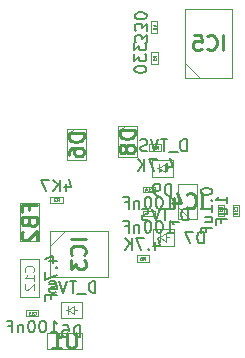
<source format=gbr>
%TF.GenerationSoftware,KiCad,Pcbnew,(5.1.10)-1*%
%TF.CreationDate,2021-10-24T00:58:49+05:30*%
%TF.ProjectId,Modbus_IO_Board,4d6f6462-7573-45f4-994f-5f426f617264,rev?*%
%TF.SameCoordinates,Original*%
%TF.FileFunction,Other,Fab,Bot*%
%FSLAX46Y46*%
G04 Gerber Fmt 4.6, Leading zero omitted, Abs format (unit mm)*
G04 Created by KiCad (PCBNEW (5.1.10)-1) date 2021-10-24 00:58:49*
%MOMM*%
%LPD*%
G01*
G04 APERTURE LIST*
%ADD10C,0.100000*%
%ADD11C,0.254000*%
%ADD12C,0.150000*%
%ADD13C,0.040000*%
%ADD14C,0.120000*%
G04 APERTURE END LIST*
D10*
%TO.C,D6*%
X134582000Y-76120000D02*
X134582000Y-78820000D01*
X134582000Y-78820000D02*
X136182000Y-78820000D01*
X136182000Y-78820000D02*
X136182000Y-76120000D01*
X136182000Y-76120000D02*
X134582000Y-76120000D01*
X135107000Y-76120000D02*
X134582000Y-76645000D01*
%TO.C,D8*%
X138900000Y-75866000D02*
X138900000Y-78566000D01*
X138900000Y-78566000D02*
X140500000Y-78566000D01*
X140500000Y-78566000D02*
X140500000Y-75866000D01*
X140500000Y-75866000D02*
X138900000Y-75866000D01*
X139425000Y-75866000D02*
X138900000Y-76391000D01*
%TO.C,IC4*%
X143980000Y-83746000D02*
X145580000Y-83746000D01*
X145580000Y-83746000D02*
X145580000Y-80846000D01*
X145580000Y-80846000D02*
X143980000Y-80846000D01*
X143980000Y-80846000D02*
X143980000Y-83746000D01*
X143980000Y-82796000D02*
X144930000Y-83746000D01*
%TO.C,D9*%
X142850000Y-79490000D02*
X143100000Y-79490000D01*
X142850000Y-79140000D02*
X142350000Y-79490000D01*
X142850000Y-79840000D02*
X142850000Y-79140000D01*
X142350000Y-79490000D02*
X142850000Y-79840000D01*
X142350000Y-79490000D02*
X142150000Y-79490000D01*
X142350000Y-79840000D02*
X142350000Y-79140000D01*
X141750000Y-78790000D02*
X141750000Y-80190000D01*
X143550000Y-78790000D02*
X141750000Y-78790000D01*
X143550000Y-80190000D02*
X143550000Y-78790000D01*
X141750000Y-80190000D02*
X143550000Y-80190000D01*
%TO.C,D7*%
X142948000Y-85344000D02*
X143198000Y-85344000D01*
X142948000Y-84994000D02*
X142448000Y-85344000D01*
X142948000Y-85694000D02*
X142948000Y-84994000D01*
X142448000Y-85344000D02*
X142948000Y-85694000D01*
X142448000Y-85344000D02*
X142248000Y-85344000D01*
X142448000Y-85694000D02*
X142448000Y-84994000D01*
X141848000Y-84644000D02*
X141848000Y-86044000D01*
X143648000Y-84644000D02*
X141848000Y-84644000D01*
X143648000Y-86044000D02*
X143648000Y-84644000D01*
X141848000Y-86044000D02*
X143648000Y-86044000D01*
%TO.C,C16*%
X148594000Y-83558000D02*
X149094000Y-83558000D01*
X149094000Y-83558000D02*
X149094000Y-82558000D01*
X149094000Y-82558000D02*
X148594000Y-82558000D01*
X148594000Y-82558000D02*
X148594000Y-83558000D01*
%TO.C,C15*%
X147324000Y-83558000D02*
X147824000Y-83558000D01*
X147824000Y-83558000D02*
X147824000Y-82558000D01*
X147824000Y-82558000D02*
X147324000Y-82558000D01*
X147324000Y-82558000D02*
X147324000Y-83558000D01*
%TO.C,C14*%
X140978000Y-81530000D02*
X141978000Y-81530000D01*
X140978000Y-81030000D02*
X140978000Y-81530000D01*
X141978000Y-81030000D02*
X140978000Y-81030000D01*
X141978000Y-81530000D02*
X141978000Y-81030000D01*
%TO.C,C12*%
X132200000Y-90370000D02*
X132200000Y-87170000D01*
X130600000Y-90370000D02*
X132200000Y-90370000D01*
X130600000Y-87170000D02*
X130600000Y-90370000D01*
X132200000Y-87170000D02*
X130600000Y-87170000D01*
%TO.C,C13*%
X140978000Y-83562000D02*
X141978000Y-83562000D01*
X140978000Y-83062000D02*
X140978000Y-83562000D01*
X141978000Y-83062000D02*
X140978000Y-83062000D01*
X141978000Y-83562000D02*
X141978000Y-83062000D01*
%TO.C,C11*%
X132120000Y-92020000D02*
X132120000Y-91520000D01*
X132120000Y-91520000D02*
X131120000Y-91520000D01*
X131120000Y-91520000D02*
X131120000Y-92020000D01*
X131120000Y-92020000D02*
X132120000Y-92020000D01*
%TO.C,R9*%
X141505000Y-77990000D02*
X142555000Y-77990000D01*
X141505000Y-77450000D02*
X141505000Y-77990000D01*
X142555000Y-77450000D02*
X141505000Y-77450000D01*
X142555000Y-77990000D02*
X142555000Y-77450000D01*
%TO.C,R6*%
X141493000Y-86852000D02*
X140443000Y-86852000D01*
X141493000Y-87392000D02*
X141493000Y-86852000D01*
X140443000Y-87392000D02*
X141493000Y-87392000D01*
X140443000Y-86852000D02*
X140443000Y-87392000D01*
%TO.C,R5*%
X141710000Y-69625000D02*
X141710000Y-70675000D01*
X142250000Y-69625000D02*
X141710000Y-69625000D01*
X142250000Y-70675000D02*
X142250000Y-69625000D01*
X141710000Y-70675000D02*
X142250000Y-70675000D01*
%TO.C,R4*%
X141650000Y-67005000D02*
X141650000Y-68055000D01*
X142190000Y-67005000D02*
X141650000Y-67005000D01*
X142190000Y-68055000D02*
X142190000Y-67005000D01*
X141650000Y-68055000D02*
X142190000Y-68055000D01*
%TO.C,R2*%
X133135000Y-81890000D02*
X133135000Y-82430000D01*
X133135000Y-82430000D02*
X134185000Y-82430000D01*
X134185000Y-82430000D02*
X134185000Y-81890000D01*
X134185000Y-81890000D02*
X133135000Y-81890000D01*
%TO.C,D5*%
X134040000Y-92180000D02*
X135840000Y-92180000D01*
X135840000Y-92180000D02*
X135840000Y-90780000D01*
X135840000Y-90780000D02*
X134040000Y-90780000D01*
X134040000Y-90780000D02*
X134040000Y-92180000D01*
X134640000Y-91830000D02*
X134640000Y-91130000D01*
X134640000Y-91480000D02*
X134440000Y-91480000D01*
X134640000Y-91480000D02*
X135140000Y-91830000D01*
X135140000Y-91830000D02*
X135140000Y-91130000D01*
X135140000Y-91130000D02*
X134640000Y-91480000D01*
X135140000Y-91480000D02*
X135390000Y-91480000D01*
%TO.C,U1*%
X135800000Y-93472000D02*
X135800000Y-94772000D01*
X132880000Y-93472000D02*
X135800000Y-93472000D01*
X132880000Y-94772000D02*
X132880000Y-93472000D01*
X135800000Y-94772000D02*
X132880000Y-94772000D01*
%TO.C,IC5*%
X144575000Y-70540000D02*
X145845000Y-71810000D01*
X144575000Y-65970000D02*
X144575000Y-71810000D01*
X148485000Y-65970000D02*
X144575000Y-65970000D01*
X148485000Y-71810000D02*
X148485000Y-65970000D01*
X144575000Y-71810000D02*
X148485000Y-71810000D01*
%TO.C,IC3*%
X134380000Y-84770000D02*
X133110000Y-86040000D01*
X138010000Y-84770000D02*
X133110000Y-84770000D01*
X138010000Y-88670000D02*
X138010000Y-84770000D01*
X133110000Y-88670000D02*
X138010000Y-88670000D01*
X133110000Y-84770000D02*
X133110000Y-88670000D01*
%TO.C,FB2*%
X132210000Y-85640000D02*
X132210000Y-82440000D01*
X132210000Y-82440000D02*
X130610000Y-82440000D01*
X130610000Y-82440000D02*
X130610000Y-85640000D01*
X130610000Y-85640000D02*
X132210000Y-85640000D01*
%TD*%
%TO.C,D6*%
D11*
X135956523Y-76532619D02*
X134686523Y-76532619D01*
X134686523Y-76835000D01*
X134747000Y-77016428D01*
X134867952Y-77137380D01*
X134988904Y-77197857D01*
X135230809Y-77258333D01*
X135412238Y-77258333D01*
X135654142Y-77197857D01*
X135775095Y-77137380D01*
X135896047Y-77016428D01*
X135956523Y-76835000D01*
X135956523Y-76532619D01*
X134686523Y-78346904D02*
X134686523Y-78105000D01*
X134747000Y-77984047D01*
X134807476Y-77923571D01*
X134988904Y-77802619D01*
X135230809Y-77742142D01*
X135714619Y-77742142D01*
X135835571Y-77802619D01*
X135896047Y-77863095D01*
X135956523Y-77984047D01*
X135956523Y-78225952D01*
X135896047Y-78346904D01*
X135835571Y-78407380D01*
X135714619Y-78467857D01*
X135412238Y-78467857D01*
X135291285Y-78407380D01*
X135230809Y-78346904D01*
X135170333Y-78225952D01*
X135170333Y-77984047D01*
X135230809Y-77863095D01*
X135291285Y-77802619D01*
X135412238Y-77742142D01*
%TO.C,D8*%
X140274523Y-76278619D02*
X139004523Y-76278619D01*
X139004523Y-76581000D01*
X139065000Y-76762428D01*
X139185952Y-76883380D01*
X139306904Y-76943857D01*
X139548809Y-77004333D01*
X139730238Y-77004333D01*
X139972142Y-76943857D01*
X140093095Y-76883380D01*
X140214047Y-76762428D01*
X140274523Y-76581000D01*
X140274523Y-76278619D01*
X139548809Y-77730047D02*
X139488333Y-77609095D01*
X139427857Y-77548619D01*
X139306904Y-77488142D01*
X139246428Y-77488142D01*
X139125476Y-77548619D01*
X139065000Y-77609095D01*
X139004523Y-77730047D01*
X139004523Y-77971952D01*
X139065000Y-78092904D01*
X139125476Y-78153380D01*
X139246428Y-78213857D01*
X139306904Y-78213857D01*
X139427857Y-78153380D01*
X139488333Y-78092904D01*
X139548809Y-77971952D01*
X139548809Y-77730047D01*
X139609285Y-77609095D01*
X139669761Y-77548619D01*
X139790714Y-77488142D01*
X140032619Y-77488142D01*
X140153571Y-77548619D01*
X140214047Y-77609095D01*
X140274523Y-77730047D01*
X140274523Y-77971952D01*
X140214047Y-78092904D01*
X140153571Y-78153380D01*
X140032619Y-78213857D01*
X139790714Y-78213857D01*
X139669761Y-78153380D01*
X139609285Y-78092904D01*
X139548809Y-77971952D01*
%TO.C,IC4*%
X146019761Y-82870523D02*
X146019761Y-81600523D01*
X144689285Y-82749571D02*
X144749761Y-82810047D01*
X144931190Y-82870523D01*
X145052142Y-82870523D01*
X145233571Y-82810047D01*
X145354523Y-82689095D01*
X145415000Y-82568142D01*
X145475476Y-82326238D01*
X145475476Y-82144809D01*
X145415000Y-81902904D01*
X145354523Y-81781952D01*
X145233571Y-81661000D01*
X145052142Y-81600523D01*
X144931190Y-81600523D01*
X144749761Y-81661000D01*
X144689285Y-81721476D01*
X143600714Y-82023857D02*
X143600714Y-82870523D01*
X143903095Y-81540047D02*
X144205476Y-82447190D01*
X143419285Y-82447190D01*
%TO.C,D9*%
D12*
X144678571Y-78042380D02*
X144678571Y-77042380D01*
X144440476Y-77042380D01*
X144297619Y-77090000D01*
X144202380Y-77185238D01*
X144154761Y-77280476D01*
X144107142Y-77470952D01*
X144107142Y-77613809D01*
X144154761Y-77804285D01*
X144202380Y-77899523D01*
X144297619Y-77994761D01*
X144440476Y-78042380D01*
X144678571Y-78042380D01*
X143916666Y-78137619D02*
X143154761Y-78137619D01*
X143059523Y-77042380D02*
X142488095Y-77042380D01*
X142773809Y-78042380D02*
X142773809Y-77042380D01*
X142297619Y-77042380D02*
X141964285Y-78042380D01*
X141630952Y-77042380D01*
X141345238Y-77994761D02*
X141202380Y-78042380D01*
X140964285Y-78042380D01*
X140869047Y-77994761D01*
X140821428Y-77947142D01*
X140773809Y-77851904D01*
X140773809Y-77756666D01*
X140821428Y-77661428D01*
X140869047Y-77613809D01*
X140964285Y-77566190D01*
X141154761Y-77518571D01*
X141250000Y-77470952D01*
X141297619Y-77423333D01*
X141345238Y-77328095D01*
X141345238Y-77232857D01*
X141297619Y-77137619D01*
X141250000Y-77090000D01*
X141154761Y-77042380D01*
X140916666Y-77042380D01*
X140773809Y-77090000D01*
X143388095Y-81792380D02*
X143388095Y-80792380D01*
X143150000Y-80792380D01*
X143007142Y-80840000D01*
X142911904Y-80935238D01*
X142864285Y-81030476D01*
X142816666Y-81220952D01*
X142816666Y-81363809D01*
X142864285Y-81554285D01*
X142911904Y-81649523D01*
X143007142Y-81744761D01*
X143150000Y-81792380D01*
X143388095Y-81792380D01*
X142340476Y-81792380D02*
X142150000Y-81792380D01*
X142054761Y-81744761D01*
X142007142Y-81697142D01*
X141911904Y-81554285D01*
X141864285Y-81363809D01*
X141864285Y-80982857D01*
X141911904Y-80887619D01*
X141959523Y-80840000D01*
X142054761Y-80792380D01*
X142245238Y-80792380D01*
X142340476Y-80840000D01*
X142388095Y-80887619D01*
X142435714Y-80982857D01*
X142435714Y-81220952D01*
X142388095Y-81316190D01*
X142340476Y-81363809D01*
X142245238Y-81411428D01*
X142054761Y-81411428D01*
X141959523Y-81363809D01*
X141911904Y-81316190D01*
X141864285Y-81220952D01*
%TO.C,D7*%
X144776571Y-83896380D02*
X144776571Y-82896380D01*
X144538476Y-82896380D01*
X144395619Y-82944000D01*
X144300380Y-83039238D01*
X144252761Y-83134476D01*
X144205142Y-83324952D01*
X144205142Y-83467809D01*
X144252761Y-83658285D01*
X144300380Y-83753523D01*
X144395619Y-83848761D01*
X144538476Y-83896380D01*
X144776571Y-83896380D01*
X144014666Y-83991619D02*
X143252761Y-83991619D01*
X143157523Y-82896380D02*
X142586095Y-82896380D01*
X142871809Y-83896380D02*
X142871809Y-82896380D01*
X142395619Y-82896380D02*
X142062285Y-83896380D01*
X141728952Y-82896380D01*
X141443238Y-83848761D02*
X141300380Y-83896380D01*
X141062285Y-83896380D01*
X140967047Y-83848761D01*
X140919428Y-83801142D01*
X140871809Y-83705904D01*
X140871809Y-83610666D01*
X140919428Y-83515428D01*
X140967047Y-83467809D01*
X141062285Y-83420190D01*
X141252761Y-83372571D01*
X141348000Y-83324952D01*
X141395619Y-83277333D01*
X141443238Y-83182095D01*
X141443238Y-83086857D01*
X141395619Y-82991619D01*
X141348000Y-82944000D01*
X141252761Y-82896380D01*
X141014666Y-82896380D01*
X140871809Y-82944000D01*
X146138095Y-85842380D02*
X146138095Y-84842380D01*
X145900000Y-84842380D01*
X145757142Y-84890000D01*
X145661904Y-84985238D01*
X145614285Y-85080476D01*
X145566666Y-85270952D01*
X145566666Y-85413809D01*
X145614285Y-85604285D01*
X145661904Y-85699523D01*
X145757142Y-85794761D01*
X145900000Y-85842380D01*
X146138095Y-85842380D01*
X145233333Y-84842380D02*
X144566666Y-84842380D01*
X144995238Y-85842380D01*
%TO.C,C16*%
X148136380Y-82462761D02*
X148136380Y-81891333D01*
X148136380Y-82177047D02*
X147136380Y-82177047D01*
X147279238Y-82081809D01*
X147374476Y-81986571D01*
X147422095Y-81891333D01*
X147469714Y-83319904D02*
X148136380Y-83319904D01*
X147469714Y-82891333D02*
X147993523Y-82891333D01*
X148088761Y-82938952D01*
X148136380Y-83034190D01*
X148136380Y-83177047D01*
X148088761Y-83272285D01*
X148041142Y-83319904D01*
X147612571Y-84129428D02*
X147612571Y-83796095D01*
X148136380Y-83796095D02*
X147136380Y-83796095D01*
X147136380Y-84272285D01*
D13*
X148933285Y-82897285D02*
X148945190Y-82885380D01*
X148957095Y-82849666D01*
X148957095Y-82825857D01*
X148945190Y-82790142D01*
X148921380Y-82766333D01*
X148897571Y-82754428D01*
X148849952Y-82742523D01*
X148814238Y-82742523D01*
X148766619Y-82754428D01*
X148742809Y-82766333D01*
X148719000Y-82790142D01*
X148707095Y-82825857D01*
X148707095Y-82849666D01*
X148719000Y-82885380D01*
X148730904Y-82897285D01*
X148957095Y-83135380D02*
X148957095Y-82992523D01*
X148957095Y-83063952D02*
X148707095Y-83063952D01*
X148742809Y-83040142D01*
X148766619Y-83016333D01*
X148778523Y-82992523D01*
X148707095Y-83349666D02*
X148707095Y-83302047D01*
X148719000Y-83278238D01*
X148730904Y-83266333D01*
X148766619Y-83242523D01*
X148814238Y-83230619D01*
X148909476Y-83230619D01*
X148933285Y-83242523D01*
X148945190Y-83254428D01*
X148957095Y-83278238D01*
X148957095Y-83325857D01*
X148945190Y-83349666D01*
X148933285Y-83361571D01*
X148909476Y-83373476D01*
X148849952Y-83373476D01*
X148826142Y-83361571D01*
X148814238Y-83349666D01*
X148802333Y-83325857D01*
X148802333Y-83278238D01*
X148814238Y-83254428D01*
X148826142Y-83242523D01*
X148849952Y-83230619D01*
%TO.C,C15*%
D12*
X145866380Y-81415142D02*
X145866380Y-81510380D01*
X145914000Y-81605619D01*
X145961619Y-81653238D01*
X146056857Y-81700857D01*
X146247333Y-81748476D01*
X146485428Y-81748476D01*
X146675904Y-81700857D01*
X146771142Y-81653238D01*
X146818761Y-81605619D01*
X146866380Y-81510380D01*
X146866380Y-81415142D01*
X146818761Y-81319904D01*
X146771142Y-81272285D01*
X146675904Y-81224666D01*
X146485428Y-81177047D01*
X146247333Y-81177047D01*
X146056857Y-81224666D01*
X145961619Y-81272285D01*
X145914000Y-81319904D01*
X145866380Y-81415142D01*
X146771142Y-82177047D02*
X146818761Y-82224666D01*
X146866380Y-82177047D01*
X146818761Y-82129428D01*
X146771142Y-82177047D01*
X146866380Y-82177047D01*
X146866380Y-83177047D02*
X146866380Y-82605619D01*
X146866380Y-82891333D02*
X145866380Y-82891333D01*
X146009238Y-82796095D01*
X146104476Y-82700857D01*
X146152095Y-82605619D01*
X146199714Y-84034190D02*
X146866380Y-84034190D01*
X146199714Y-83605619D02*
X146723523Y-83605619D01*
X146818761Y-83653238D01*
X146866380Y-83748476D01*
X146866380Y-83891333D01*
X146818761Y-83986571D01*
X146771142Y-84034190D01*
X146342571Y-84843714D02*
X146342571Y-84510380D01*
X146866380Y-84510380D02*
X145866380Y-84510380D01*
X145866380Y-84986571D01*
D13*
X147663285Y-82897285D02*
X147675190Y-82885380D01*
X147687095Y-82849666D01*
X147687095Y-82825857D01*
X147675190Y-82790142D01*
X147651380Y-82766333D01*
X147627571Y-82754428D01*
X147579952Y-82742523D01*
X147544238Y-82742523D01*
X147496619Y-82754428D01*
X147472809Y-82766333D01*
X147449000Y-82790142D01*
X147437095Y-82825857D01*
X147437095Y-82849666D01*
X147449000Y-82885380D01*
X147460904Y-82897285D01*
X147687095Y-83135380D02*
X147687095Y-82992523D01*
X147687095Y-83063952D02*
X147437095Y-83063952D01*
X147472809Y-83040142D01*
X147496619Y-83016333D01*
X147508523Y-82992523D01*
X147437095Y-83361571D02*
X147437095Y-83242523D01*
X147556142Y-83230619D01*
X147544238Y-83242523D01*
X147532333Y-83266333D01*
X147532333Y-83325857D01*
X147544238Y-83349666D01*
X147556142Y-83361571D01*
X147579952Y-83373476D01*
X147639476Y-83373476D01*
X147663285Y-83361571D01*
X147675190Y-83349666D01*
X147687095Y-83325857D01*
X147687095Y-83266333D01*
X147675190Y-83242523D01*
X147663285Y-83230619D01*
%TO.C,C14*%
D12*
X143025619Y-82892380D02*
X143597047Y-82892380D01*
X143311333Y-82892380D02*
X143311333Y-81892380D01*
X143406571Y-82035238D01*
X143501809Y-82130476D01*
X143597047Y-82178095D01*
X142406571Y-81892380D02*
X142311333Y-81892380D01*
X142216095Y-81940000D01*
X142168476Y-81987619D01*
X142120857Y-82082857D01*
X142073238Y-82273333D01*
X142073238Y-82511428D01*
X142120857Y-82701904D01*
X142168476Y-82797142D01*
X142216095Y-82844761D01*
X142311333Y-82892380D01*
X142406571Y-82892380D01*
X142501809Y-82844761D01*
X142549428Y-82797142D01*
X142597047Y-82701904D01*
X142644666Y-82511428D01*
X142644666Y-82273333D01*
X142597047Y-82082857D01*
X142549428Y-81987619D01*
X142501809Y-81940000D01*
X142406571Y-81892380D01*
X141454190Y-81892380D02*
X141358952Y-81892380D01*
X141263714Y-81940000D01*
X141216095Y-81987619D01*
X141168476Y-82082857D01*
X141120857Y-82273333D01*
X141120857Y-82511428D01*
X141168476Y-82701904D01*
X141216095Y-82797142D01*
X141263714Y-82844761D01*
X141358952Y-82892380D01*
X141454190Y-82892380D01*
X141549428Y-82844761D01*
X141597047Y-82797142D01*
X141644666Y-82701904D01*
X141692285Y-82511428D01*
X141692285Y-82273333D01*
X141644666Y-82082857D01*
X141597047Y-81987619D01*
X141549428Y-81940000D01*
X141454190Y-81892380D01*
X140692285Y-82225714D02*
X140692285Y-82892380D01*
X140692285Y-82320952D02*
X140644666Y-82273333D01*
X140549428Y-82225714D01*
X140406571Y-82225714D01*
X140311333Y-82273333D01*
X140263714Y-82368571D01*
X140263714Y-82892380D01*
X139454190Y-82368571D02*
X139787523Y-82368571D01*
X139787523Y-82892380D02*
X139787523Y-81892380D01*
X139311333Y-81892380D01*
D13*
X141638714Y-81369285D02*
X141650619Y-81381190D01*
X141686333Y-81393095D01*
X141710142Y-81393095D01*
X141745857Y-81381190D01*
X141769666Y-81357380D01*
X141781571Y-81333571D01*
X141793476Y-81285952D01*
X141793476Y-81250238D01*
X141781571Y-81202619D01*
X141769666Y-81178809D01*
X141745857Y-81155000D01*
X141710142Y-81143095D01*
X141686333Y-81143095D01*
X141650619Y-81155000D01*
X141638714Y-81166904D01*
X141400619Y-81393095D02*
X141543476Y-81393095D01*
X141472047Y-81393095D02*
X141472047Y-81143095D01*
X141495857Y-81178809D01*
X141519666Y-81202619D01*
X141543476Y-81214523D01*
X141186333Y-81226428D02*
X141186333Y-81393095D01*
X141245857Y-81131190D02*
X141305380Y-81309761D01*
X141150619Y-81309761D01*
%TO.C,C12*%
D12*
X133035714Y-87365238D02*
X133702380Y-87365238D01*
X132654761Y-87127142D02*
X133369047Y-86889047D01*
X133369047Y-87508095D01*
X133607142Y-87889047D02*
X133654761Y-87936666D01*
X133702380Y-87889047D01*
X133654761Y-87841428D01*
X133607142Y-87889047D01*
X133702380Y-87889047D01*
X132702380Y-88270000D02*
X132702380Y-88936666D01*
X133702380Y-88508095D01*
X133035714Y-89746190D02*
X133702380Y-89746190D01*
X133035714Y-89317619D02*
X133559523Y-89317619D01*
X133654761Y-89365238D01*
X133702380Y-89460476D01*
X133702380Y-89603333D01*
X133654761Y-89698571D01*
X133607142Y-89746190D01*
X133178571Y-90555714D02*
X133178571Y-90222380D01*
X133702380Y-90222380D02*
X132702380Y-90222380D01*
X132702380Y-90698571D01*
D14*
X131685714Y-88255714D02*
X131723809Y-88217619D01*
X131761904Y-88103333D01*
X131761904Y-88027142D01*
X131723809Y-87912857D01*
X131647619Y-87836666D01*
X131571428Y-87798571D01*
X131419047Y-87760476D01*
X131304761Y-87760476D01*
X131152380Y-87798571D01*
X131076190Y-87836666D01*
X131000000Y-87912857D01*
X130961904Y-88027142D01*
X130961904Y-88103333D01*
X131000000Y-88217619D01*
X131038095Y-88255714D01*
X131761904Y-89017619D02*
X131761904Y-88560476D01*
X131761904Y-88789047D02*
X130961904Y-88789047D01*
X131076190Y-88712857D01*
X131152380Y-88636666D01*
X131190476Y-88560476D01*
X131038095Y-89322380D02*
X131000000Y-89360476D01*
X130961904Y-89436666D01*
X130961904Y-89627142D01*
X131000000Y-89703333D01*
X131038095Y-89741428D01*
X131114285Y-89779523D01*
X131190476Y-89779523D01*
X131304761Y-89741428D01*
X131761904Y-89284285D01*
X131761904Y-89779523D01*
%TO.C,C13*%
D12*
X143025619Y-84924380D02*
X143597047Y-84924380D01*
X143311333Y-84924380D02*
X143311333Y-83924380D01*
X143406571Y-84067238D01*
X143501809Y-84162476D01*
X143597047Y-84210095D01*
X142406571Y-83924380D02*
X142311333Y-83924380D01*
X142216095Y-83972000D01*
X142168476Y-84019619D01*
X142120857Y-84114857D01*
X142073238Y-84305333D01*
X142073238Y-84543428D01*
X142120857Y-84733904D01*
X142168476Y-84829142D01*
X142216095Y-84876761D01*
X142311333Y-84924380D01*
X142406571Y-84924380D01*
X142501809Y-84876761D01*
X142549428Y-84829142D01*
X142597047Y-84733904D01*
X142644666Y-84543428D01*
X142644666Y-84305333D01*
X142597047Y-84114857D01*
X142549428Y-84019619D01*
X142501809Y-83972000D01*
X142406571Y-83924380D01*
X141454190Y-83924380D02*
X141358952Y-83924380D01*
X141263714Y-83972000D01*
X141216095Y-84019619D01*
X141168476Y-84114857D01*
X141120857Y-84305333D01*
X141120857Y-84543428D01*
X141168476Y-84733904D01*
X141216095Y-84829142D01*
X141263714Y-84876761D01*
X141358952Y-84924380D01*
X141454190Y-84924380D01*
X141549428Y-84876761D01*
X141597047Y-84829142D01*
X141644666Y-84733904D01*
X141692285Y-84543428D01*
X141692285Y-84305333D01*
X141644666Y-84114857D01*
X141597047Y-84019619D01*
X141549428Y-83972000D01*
X141454190Y-83924380D01*
X140692285Y-84257714D02*
X140692285Y-84924380D01*
X140692285Y-84352952D02*
X140644666Y-84305333D01*
X140549428Y-84257714D01*
X140406571Y-84257714D01*
X140311333Y-84305333D01*
X140263714Y-84400571D01*
X140263714Y-84924380D01*
X139454190Y-84400571D02*
X139787523Y-84400571D01*
X139787523Y-84924380D02*
X139787523Y-83924380D01*
X139311333Y-83924380D01*
%TO.C,C11*%
X133167619Y-93382380D02*
X133739047Y-93382380D01*
X133453333Y-93382380D02*
X133453333Y-92382380D01*
X133548571Y-92525238D01*
X133643809Y-92620476D01*
X133739047Y-92668095D01*
X132548571Y-92382380D02*
X132453333Y-92382380D01*
X132358095Y-92430000D01*
X132310476Y-92477619D01*
X132262857Y-92572857D01*
X132215238Y-92763333D01*
X132215238Y-93001428D01*
X132262857Y-93191904D01*
X132310476Y-93287142D01*
X132358095Y-93334761D01*
X132453333Y-93382380D01*
X132548571Y-93382380D01*
X132643809Y-93334761D01*
X132691428Y-93287142D01*
X132739047Y-93191904D01*
X132786666Y-93001428D01*
X132786666Y-92763333D01*
X132739047Y-92572857D01*
X132691428Y-92477619D01*
X132643809Y-92430000D01*
X132548571Y-92382380D01*
X131596190Y-92382380D02*
X131500952Y-92382380D01*
X131405714Y-92430000D01*
X131358095Y-92477619D01*
X131310476Y-92572857D01*
X131262857Y-92763333D01*
X131262857Y-93001428D01*
X131310476Y-93191904D01*
X131358095Y-93287142D01*
X131405714Y-93334761D01*
X131500952Y-93382380D01*
X131596190Y-93382380D01*
X131691428Y-93334761D01*
X131739047Y-93287142D01*
X131786666Y-93191904D01*
X131834285Y-93001428D01*
X131834285Y-92763333D01*
X131786666Y-92572857D01*
X131739047Y-92477619D01*
X131691428Y-92430000D01*
X131596190Y-92382380D01*
X130834285Y-92715714D02*
X130834285Y-93382380D01*
X130834285Y-92810952D02*
X130786666Y-92763333D01*
X130691428Y-92715714D01*
X130548571Y-92715714D01*
X130453333Y-92763333D01*
X130405714Y-92858571D01*
X130405714Y-93382380D01*
X129596190Y-92858571D02*
X129929523Y-92858571D01*
X129929523Y-93382380D02*
X129929523Y-92382380D01*
X129453333Y-92382380D01*
D13*
X131780714Y-91859285D02*
X131792619Y-91871190D01*
X131828333Y-91883095D01*
X131852142Y-91883095D01*
X131887857Y-91871190D01*
X131911666Y-91847380D01*
X131923571Y-91823571D01*
X131935476Y-91775952D01*
X131935476Y-91740238D01*
X131923571Y-91692619D01*
X131911666Y-91668809D01*
X131887857Y-91645000D01*
X131852142Y-91633095D01*
X131828333Y-91633095D01*
X131792619Y-91645000D01*
X131780714Y-91656904D01*
X131542619Y-91883095D02*
X131685476Y-91883095D01*
X131614047Y-91883095D02*
X131614047Y-91633095D01*
X131637857Y-91668809D01*
X131661666Y-91692619D01*
X131685476Y-91704523D01*
X131304523Y-91883095D02*
X131447380Y-91883095D01*
X131375952Y-91883095D02*
X131375952Y-91633095D01*
X131399761Y-91668809D01*
X131423571Y-91692619D01*
X131447380Y-91704523D01*
%TO.C,R9*%
D12*
X143053809Y-79029714D02*
X143053809Y-79696380D01*
X143291904Y-78648761D02*
X143530000Y-79363047D01*
X142910952Y-79363047D01*
X142530000Y-79601142D02*
X142482380Y-79648761D01*
X142530000Y-79696380D01*
X142577619Y-79648761D01*
X142530000Y-79601142D01*
X142530000Y-79696380D01*
X142149047Y-78696380D02*
X141482380Y-78696380D01*
X141910952Y-79696380D01*
X141101428Y-79696380D02*
X141101428Y-78696380D01*
X140530000Y-79696380D02*
X140958571Y-79124952D01*
X140530000Y-78696380D02*
X141101428Y-79267809D01*
D13*
X142073333Y-77837619D02*
X142160000Y-77713809D01*
X142221904Y-77837619D02*
X142221904Y-77577619D01*
X142122857Y-77577619D01*
X142098095Y-77590000D01*
X142085714Y-77602380D01*
X142073333Y-77627142D01*
X142073333Y-77664285D01*
X142085714Y-77689047D01*
X142098095Y-77701428D01*
X142122857Y-77713809D01*
X142221904Y-77713809D01*
X141949523Y-77837619D02*
X141900000Y-77837619D01*
X141875238Y-77825238D01*
X141862857Y-77812857D01*
X141838095Y-77775714D01*
X141825714Y-77726190D01*
X141825714Y-77627142D01*
X141838095Y-77602380D01*
X141850476Y-77590000D01*
X141875238Y-77577619D01*
X141924761Y-77577619D01*
X141949523Y-77590000D01*
X141961904Y-77602380D01*
X141974285Y-77627142D01*
X141974285Y-77689047D01*
X141961904Y-77713809D01*
X141949523Y-77726190D01*
X141924761Y-77738571D01*
X141875238Y-77738571D01*
X141850476Y-77726190D01*
X141838095Y-77713809D01*
X141825714Y-77689047D01*
%TO.C,R6*%
D12*
X141991809Y-85737714D02*
X141991809Y-86404380D01*
X142229904Y-85356761D02*
X142468000Y-86071047D01*
X141848952Y-86071047D01*
X141468000Y-86309142D02*
X141420380Y-86356761D01*
X141468000Y-86404380D01*
X141515619Y-86356761D01*
X141468000Y-86309142D01*
X141468000Y-86404380D01*
X141087047Y-85404380D02*
X140420380Y-85404380D01*
X140848952Y-86404380D01*
X140039428Y-86404380D02*
X140039428Y-85404380D01*
X139468000Y-86404380D02*
X139896571Y-85832952D01*
X139468000Y-85404380D02*
X140039428Y-85975809D01*
D13*
X141011333Y-87239619D02*
X141098000Y-87115809D01*
X141159904Y-87239619D02*
X141159904Y-86979619D01*
X141060857Y-86979619D01*
X141036095Y-86992000D01*
X141023714Y-87004380D01*
X141011333Y-87029142D01*
X141011333Y-87066285D01*
X141023714Y-87091047D01*
X141036095Y-87103428D01*
X141060857Y-87115809D01*
X141159904Y-87115809D01*
X140788476Y-86979619D02*
X140838000Y-86979619D01*
X140862761Y-86992000D01*
X140875142Y-87004380D01*
X140899904Y-87041523D01*
X140912285Y-87091047D01*
X140912285Y-87190095D01*
X140899904Y-87214857D01*
X140887523Y-87227238D01*
X140862761Y-87239619D01*
X140813238Y-87239619D01*
X140788476Y-87227238D01*
X140776095Y-87214857D01*
X140763714Y-87190095D01*
X140763714Y-87128190D01*
X140776095Y-87103428D01*
X140788476Y-87091047D01*
X140813238Y-87078666D01*
X140862761Y-87078666D01*
X140887523Y-87091047D01*
X140899904Y-87103428D01*
X140912285Y-87128190D01*
%TO.C,R5*%
D12*
X140262380Y-68864285D02*
X140262380Y-69483333D01*
X140643333Y-69150000D01*
X140643333Y-69292857D01*
X140690952Y-69388095D01*
X140738571Y-69435714D01*
X140833809Y-69483333D01*
X141071904Y-69483333D01*
X141167142Y-69435714D01*
X141214761Y-69388095D01*
X141262380Y-69292857D01*
X141262380Y-69007142D01*
X141214761Y-68911904D01*
X141167142Y-68864285D01*
X140262380Y-69816666D02*
X140262380Y-70435714D01*
X140643333Y-70102380D01*
X140643333Y-70245238D01*
X140690952Y-70340476D01*
X140738571Y-70388095D01*
X140833809Y-70435714D01*
X141071904Y-70435714D01*
X141167142Y-70388095D01*
X141214761Y-70340476D01*
X141262380Y-70245238D01*
X141262380Y-69959523D01*
X141214761Y-69864285D01*
X141167142Y-69816666D01*
X140262380Y-71054761D02*
X140262380Y-71150000D01*
X140310000Y-71245238D01*
X140357619Y-71292857D01*
X140452857Y-71340476D01*
X140643333Y-71388095D01*
X140881428Y-71388095D01*
X141071904Y-71340476D01*
X141167142Y-71292857D01*
X141214761Y-71245238D01*
X141262380Y-71150000D01*
X141262380Y-71054761D01*
X141214761Y-70959523D01*
X141167142Y-70911904D01*
X141071904Y-70864285D01*
X140881428Y-70816666D01*
X140643333Y-70816666D01*
X140452857Y-70864285D01*
X140357619Y-70911904D01*
X140310000Y-70959523D01*
X140262380Y-71054761D01*
D13*
X142097619Y-70106666D02*
X141973809Y-70020000D01*
X142097619Y-69958095D02*
X141837619Y-69958095D01*
X141837619Y-70057142D01*
X141850000Y-70081904D01*
X141862380Y-70094285D01*
X141887142Y-70106666D01*
X141924285Y-70106666D01*
X141949047Y-70094285D01*
X141961428Y-70081904D01*
X141973809Y-70057142D01*
X141973809Y-69958095D01*
X141837619Y-70341904D02*
X141837619Y-70218095D01*
X141961428Y-70205714D01*
X141949047Y-70218095D01*
X141936666Y-70242857D01*
X141936666Y-70304761D01*
X141949047Y-70329523D01*
X141961428Y-70341904D01*
X141986190Y-70354285D01*
X142048095Y-70354285D01*
X142072857Y-70341904D01*
X142085238Y-70329523D01*
X142097619Y-70304761D01*
X142097619Y-70242857D01*
X142085238Y-70218095D01*
X142072857Y-70205714D01*
%TO.C,R4*%
D12*
X141297619Y-68815714D02*
X141297619Y-68196666D01*
X140916666Y-68530000D01*
X140916666Y-68387142D01*
X140869047Y-68291904D01*
X140821428Y-68244285D01*
X140726190Y-68196666D01*
X140488095Y-68196666D01*
X140392857Y-68244285D01*
X140345238Y-68291904D01*
X140297619Y-68387142D01*
X140297619Y-68672857D01*
X140345238Y-68768095D01*
X140392857Y-68815714D01*
X141297619Y-67863333D02*
X141297619Y-67244285D01*
X140916666Y-67577619D01*
X140916666Y-67434761D01*
X140869047Y-67339523D01*
X140821428Y-67291904D01*
X140726190Y-67244285D01*
X140488095Y-67244285D01*
X140392857Y-67291904D01*
X140345238Y-67339523D01*
X140297619Y-67434761D01*
X140297619Y-67720476D01*
X140345238Y-67815714D01*
X140392857Y-67863333D01*
X141297619Y-66625238D02*
X141297619Y-66530000D01*
X141250000Y-66434761D01*
X141202380Y-66387142D01*
X141107142Y-66339523D01*
X140916666Y-66291904D01*
X140678571Y-66291904D01*
X140488095Y-66339523D01*
X140392857Y-66387142D01*
X140345238Y-66434761D01*
X140297619Y-66530000D01*
X140297619Y-66625238D01*
X140345238Y-66720476D01*
X140392857Y-66768095D01*
X140488095Y-66815714D01*
X140678571Y-66863333D01*
X140916666Y-66863333D01*
X141107142Y-66815714D01*
X141202380Y-66768095D01*
X141250000Y-66720476D01*
X141297619Y-66625238D01*
D13*
X141802380Y-67573333D02*
X141926190Y-67660000D01*
X141802380Y-67721904D02*
X142062380Y-67721904D01*
X142062380Y-67622857D01*
X142050000Y-67598095D01*
X142037619Y-67585714D01*
X142012857Y-67573333D01*
X141975714Y-67573333D01*
X141950952Y-67585714D01*
X141938571Y-67598095D01*
X141926190Y-67622857D01*
X141926190Y-67721904D01*
X141975714Y-67350476D02*
X141802380Y-67350476D01*
X142074761Y-67412380D02*
X141889047Y-67474285D01*
X141889047Y-67313333D01*
%TO.C,R2*%
D12*
X134445714Y-80775714D02*
X134445714Y-81442380D01*
X134683809Y-80394761D02*
X134921904Y-81109047D01*
X134302857Y-81109047D01*
X133921904Y-81442380D02*
X133921904Y-80442380D01*
X133350476Y-81442380D02*
X133779047Y-80870952D01*
X133350476Y-80442380D02*
X133921904Y-81013809D01*
X133017142Y-80442380D02*
X132350476Y-80442380D01*
X132779047Y-81442380D01*
D13*
X133703333Y-82277619D02*
X133790000Y-82153809D01*
X133851904Y-82277619D02*
X133851904Y-82017619D01*
X133752857Y-82017619D01*
X133728095Y-82030000D01*
X133715714Y-82042380D01*
X133703333Y-82067142D01*
X133703333Y-82104285D01*
X133715714Y-82129047D01*
X133728095Y-82141428D01*
X133752857Y-82153809D01*
X133851904Y-82153809D01*
X133604285Y-82042380D02*
X133591904Y-82030000D01*
X133567142Y-82017619D01*
X133505238Y-82017619D01*
X133480476Y-82030000D01*
X133468095Y-82042380D01*
X133455714Y-82067142D01*
X133455714Y-82091904D01*
X133468095Y-82129047D01*
X133616666Y-82277619D01*
X133455714Y-82277619D01*
%TO.C,D5*%
D12*
X136968571Y-90032380D02*
X136968571Y-89032380D01*
X136730476Y-89032380D01*
X136587619Y-89080000D01*
X136492380Y-89175238D01*
X136444761Y-89270476D01*
X136397142Y-89460952D01*
X136397142Y-89603809D01*
X136444761Y-89794285D01*
X136492380Y-89889523D01*
X136587619Y-89984761D01*
X136730476Y-90032380D01*
X136968571Y-90032380D01*
X136206666Y-90127619D02*
X135444761Y-90127619D01*
X135349523Y-89032380D02*
X134778095Y-89032380D01*
X135063809Y-90032380D02*
X135063809Y-89032380D01*
X134587619Y-89032380D02*
X134254285Y-90032380D01*
X133920952Y-89032380D01*
X133635238Y-89984761D02*
X133492380Y-90032380D01*
X133254285Y-90032380D01*
X133159047Y-89984761D01*
X133111428Y-89937142D01*
X133063809Y-89841904D01*
X133063809Y-89746666D01*
X133111428Y-89651428D01*
X133159047Y-89603809D01*
X133254285Y-89556190D01*
X133444761Y-89508571D01*
X133540000Y-89460952D01*
X133587619Y-89413333D01*
X133635238Y-89318095D01*
X133635238Y-89222857D01*
X133587619Y-89127619D01*
X133540000Y-89080000D01*
X133444761Y-89032380D01*
X133206666Y-89032380D01*
X133063809Y-89080000D01*
X135678095Y-93782380D02*
X135678095Y-92782380D01*
X135440000Y-92782380D01*
X135297142Y-92830000D01*
X135201904Y-92925238D01*
X135154285Y-93020476D01*
X135106666Y-93210952D01*
X135106666Y-93353809D01*
X135154285Y-93544285D01*
X135201904Y-93639523D01*
X135297142Y-93734761D01*
X135440000Y-93782380D01*
X135678095Y-93782380D01*
X134201904Y-92782380D02*
X134678095Y-92782380D01*
X134725714Y-93258571D01*
X134678095Y-93210952D01*
X134582857Y-93163333D01*
X134344761Y-93163333D01*
X134249523Y-93210952D01*
X134201904Y-93258571D01*
X134154285Y-93353809D01*
X134154285Y-93591904D01*
X134201904Y-93687142D01*
X134249523Y-93734761D01*
X134344761Y-93782380D01*
X134582857Y-93782380D01*
X134678095Y-93734761D01*
X134725714Y-93687142D01*
%TO.C,U1*%
D11*
X135307619Y-93426523D02*
X135307619Y-94454619D01*
X135247142Y-94575571D01*
X135186666Y-94636047D01*
X135065714Y-94696523D01*
X134823809Y-94696523D01*
X134702857Y-94636047D01*
X134642380Y-94575571D01*
X134581904Y-94454619D01*
X134581904Y-93426523D01*
X133311904Y-94696523D02*
X134037619Y-94696523D01*
X133674761Y-94696523D02*
X133674761Y-93426523D01*
X133795714Y-93607952D01*
X133916666Y-93728904D01*
X134037619Y-93789380D01*
%TO.C,IC5*%
X147769761Y-69464523D02*
X147769761Y-68194523D01*
X146439285Y-69343571D02*
X146499761Y-69404047D01*
X146681190Y-69464523D01*
X146802142Y-69464523D01*
X146983571Y-69404047D01*
X147104523Y-69283095D01*
X147165000Y-69162142D01*
X147225476Y-68920238D01*
X147225476Y-68738809D01*
X147165000Y-68496904D01*
X147104523Y-68375952D01*
X146983571Y-68255000D01*
X146802142Y-68194523D01*
X146681190Y-68194523D01*
X146499761Y-68255000D01*
X146439285Y-68315476D01*
X145290238Y-68194523D02*
X145895000Y-68194523D01*
X145955476Y-68799285D01*
X145895000Y-68738809D01*
X145774047Y-68678333D01*
X145471666Y-68678333D01*
X145350714Y-68738809D01*
X145290238Y-68799285D01*
X145229761Y-68920238D01*
X145229761Y-69222619D01*
X145290238Y-69343571D01*
X145350714Y-69404047D01*
X145471666Y-69464523D01*
X145774047Y-69464523D01*
X145895000Y-69404047D01*
X145955476Y-69343571D01*
%TO.C,IC3*%
X136134523Y-85480238D02*
X134864523Y-85480238D01*
X136013571Y-86810714D02*
X136074047Y-86750238D01*
X136134523Y-86568809D01*
X136134523Y-86447857D01*
X136074047Y-86266428D01*
X135953095Y-86145476D01*
X135832142Y-86085000D01*
X135590238Y-86024523D01*
X135408809Y-86024523D01*
X135166904Y-86085000D01*
X135045952Y-86145476D01*
X134925000Y-86266428D01*
X134864523Y-86447857D01*
X134864523Y-86568809D01*
X134925000Y-86750238D01*
X134985476Y-86810714D01*
X134864523Y-87234047D02*
X134864523Y-88020238D01*
X135348333Y-87596904D01*
X135348333Y-87778333D01*
X135408809Y-87899285D01*
X135469285Y-87959761D01*
X135590238Y-88020238D01*
X135892619Y-88020238D01*
X136013571Y-87959761D01*
X136074047Y-87899285D01*
X136134523Y-87778333D01*
X136134523Y-87415476D01*
X136074047Y-87294523D01*
X136013571Y-87234047D01*
%TO.C,FB2*%
X131319285Y-82981666D02*
X131319285Y-82558333D01*
X131984523Y-82558333D02*
X130714523Y-82558333D01*
X130714523Y-83163095D01*
X131319285Y-84070238D02*
X131379761Y-84251666D01*
X131440238Y-84312142D01*
X131561190Y-84372619D01*
X131742619Y-84372619D01*
X131863571Y-84312142D01*
X131924047Y-84251666D01*
X131984523Y-84130714D01*
X131984523Y-83646904D01*
X130714523Y-83646904D01*
X130714523Y-84070238D01*
X130775000Y-84191190D01*
X130835476Y-84251666D01*
X130956428Y-84312142D01*
X131077380Y-84312142D01*
X131198333Y-84251666D01*
X131258809Y-84191190D01*
X131319285Y-84070238D01*
X131319285Y-83646904D01*
X130835476Y-84856428D02*
X130775000Y-84916904D01*
X130714523Y-85037857D01*
X130714523Y-85340238D01*
X130775000Y-85461190D01*
X130835476Y-85521666D01*
X130956428Y-85582142D01*
X131077380Y-85582142D01*
X131258809Y-85521666D01*
X131984523Y-84795952D01*
X131984523Y-85582142D01*
%TD*%
M02*

</source>
